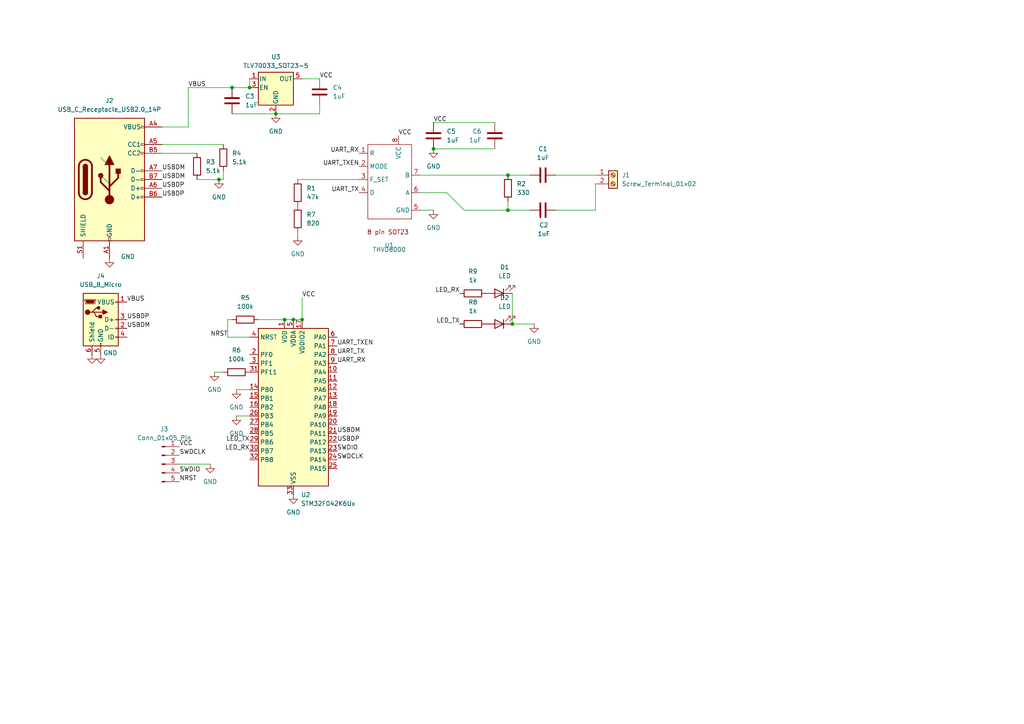
<source format=kicad_sch>
(kicad_sch (version 20231120) (generator "eeschema") (generator_version "8.0")
  (paper "A4")
  (lib_symbols
    (symbol "Connector:Conn_01x05_Pin" (pin_names (offset 1.016) hide)
      (property "Reference" "J" (at 0 7.62 0))
      (property "Value" "Conn_01x05_Pin" (at 0 -7.62 0))
      (symbol "Conn_01x05_Pin_1_1"
        (polyline (pts (xy 1.27 -5.08) (xy 0.8636 -5.08)) (stroke (width 0.1524)))
        (polyline (pts (xy 1.27 -2.54) (xy 0.8636 -2.54)) (stroke (width 0.1524)))
        (polyline (pts (xy 1.27 0) (xy 0.8636 0)) (stroke (width 0.1524)))
        (polyline (pts (xy 1.27 2.54) (xy 0.8636 2.54)) (stroke (width 0.1524)))
        (polyline (pts (xy 1.27 5.08) (xy 0.8636 5.08)) (stroke (width 0.1524)))
        (rectangle (start 0.8636 -4.953) (end 0 -5.207) (stroke (width 0.1524)) (fill (type outline)))
        (rectangle (start 0.8636 -2.413) (end 0 -2.667) (stroke (width 0.1524)) (fill (type outline)))
        (rectangle (start 0.8636 0.127) (end 0 -0.127) (stroke (width 0.1524)) (fill (type outline)))
        (rectangle (start 0.8636 2.667) (end 0 2.413) (stroke (width 0.1524)) (fill (type outline)))
        (rectangle (start 0.8636 5.207) (end 0 4.953) (stroke (width 0.1524)) (fill (type outline)))
        (pin passive line (at 5.08 5.08 180) (length 3.81) (name "Pin_1") (number "1"))
        (pin passive line (at 5.08 2.54 180) (length 3.81) (name "Pin_2") (number "2"))
        (pin passive line (at 5.08 0 180) (length 3.81) (name "Pin_3") (number "3"))
        (pin passive line (at 5.08 -2.54 180) (length 3.81) (name "Pin_4") (number "4"))
        (pin passive line (at 5.08 -5.08 180) (length 3.81) (name "Pin_5") (number "5"))
      )
    )
    (symbol "Connector:Screw_Terminal_01x02" (pin_names (offset 1.016) hide)
      (property "Reference" "J" (at 0 2.54 0))
      (property "Value" "Screw_Terminal_01x02" (at 0 -5.08 0))
      (symbol "Screw_Terminal_01x02_1_1"
        (rectangle (start -1.27 1.27) (end 1.27 -3.81) (stroke (width 0.254)) (fill (type background)))
        (circle (center 0 -2.54) (radius 0.635) (stroke (width 0.1524)))
        (polyline (pts (xy -0.5334 -2.2098) (xy 0.3302 -3.048)) (stroke (width 0.1524)))
        (polyline (pts (xy -0.5334 0.3302) (xy 0.3302 -0.508)) (stroke (width 0.1524)))
        (polyline (pts (xy -0.3556 -2.032) (xy 0.508 -2.8702)) (stroke (width 0.1524)))
        (polyline (pts (xy -0.3556 0.508) (xy 0.508 -0.3302)) (stroke (width 0.1524)))
        (circle (center 0 0) (radius 0.635) (stroke (width 0.1524)))
        (pin passive line (at -5.08 0 0) (length 3.81) (name "Pin_1") (number "1"))
        (pin passive line (at -5.08 -2.54 0) (length 3.81) (name "Pin_2") (number "2"))
      )
    )
    (symbol "Connector:USB_B_Micro" (pin_names (offset 1.016))
      (property "Reference" "J" (at -5.08 11.43 0))
      (property "Value" "USB_B_Micro" (at -5.08 8.89 0))
      (symbol "USB_B_Micro_0_1"
        (rectangle (start -5.08 -7.62) (end 5.08 7.62) (stroke (width 0.254)) (fill (type background)))
        (circle (center -3.81 2.159) (radius 0.635) (stroke (width 0.254)) (fill (type outline)))
        (circle (center -0.635 3.429) (radius 0.381) (stroke (width 0.254)) (fill (type outline)))
        (rectangle (start -0.127 -7.62) (end 0.127 -6.858))
        (polyline (pts (xy -1.905 2.159) (xy 0.635 2.159)) (stroke (width 0.254)))
        (polyline (pts (xy -3.175 2.159) (xy -2.54 2.159) (xy -1.27 3.429) (xy -0.635 3.429)) (stroke (width 0.254)))
        (polyline (pts (xy -2.54 2.159) (xy -1.905 2.159) (xy -1.27 0.889) (xy 0 0.889)) (stroke (width 0.254)))
        (polyline (pts (xy 0.635 2.794) (xy 0.635 1.524) (xy 1.905 2.159) (xy 0.635 2.794)) (stroke (width 0.254)) (fill (type outline)))
        (polyline (pts (xy -4.318 5.588) (xy -1.778 5.588) (xy -2.032 4.826) (xy -4.064 4.826) (xy -4.318 5.588)) (fill (type outline)))
        (polyline (pts (xy -4.699 5.842) (xy -4.699 5.588) (xy -4.445 4.826) (xy -4.445 4.572) (xy -1.651 4.572) (xy -1.651 4.826) (xy -1.397 5.588) (xy -1.397 5.842) (xy -4.699 5.842)))
        (rectangle (start 0.254 1.27) (end -0.508 0.508) (stroke (width 0.254)) (fill (type outline)))
        (rectangle (start 5.08 -5.207) (end 4.318 -4.953))
        (rectangle (start 5.08 -2.667) (end 4.318 -2.413))
        (rectangle (start 5.08 -0.127) (end 4.318 0.127))
        (rectangle (start 5.08 4.953) (end 4.318 5.207))
      )
      (symbol "USB_B_Micro_1_1"
        (pin power_out line (at 7.62 5.08 180) (length 2.54) (name "VBUS") (number "1"))
        (pin bidirectional line (at 7.62 -2.54 180) (length 2.54) (name "D-") (number "2"))
        (pin bidirectional line (at 7.62 0 180) (length 2.54) (name "D+") (number "3"))
        (pin passive line (at 7.62 -5.08 180) (length 2.54) (name "ID") (number "4"))
        (pin power_out line (at 0 -10.16 90) (length 2.54) (name "GND") (number "5"))
        (pin passive line (at -2.54 -10.16 90) (length 2.54) (name "Shield") (number "6"))
      )
    )
    (symbol "Connector:USB_C_Receptacle_USB2.0_14P" (pin_names (offset 1.016))
      (property "Reference" "J" (at 0 22.225 0))
      (property "Value" "USB_C_Receptacle_USB2.0_14P" (at 0 19.685 0))
      (symbol "USB_C_Receptacle_USB2.0_14P_0_0"
        (rectangle (start -0.254 -17.78) (end 0.254 -16.764))
        (rectangle (start 10.16 -4.826) (end 9.144 -5.334))
        (rectangle (start 10.16 -2.286) (end 9.144 -2.794))
        (rectangle (start 10.16 0.254) (end 9.144 -0.254))
        (rectangle (start 10.16 2.794) (end 9.144 2.286))
        (rectangle (start 10.16 7.874) (end 9.144 7.366))
        (rectangle (start 10.16 10.414) (end 9.144 9.906))
        (rectangle (start 10.16 15.494) (end 9.144 14.986))
      )
      (symbol "USB_C_Receptacle_USB2.0_14P_0_1"
        (rectangle (start -10.16 17.78) (end 10.16 -17.78) (stroke (width 0.254)) (fill (type background)))
        (arc (start -8.89 -3.81) (mid -6.985 -5.7067) (end -5.08 -3.81) (stroke (width 0.508)))
        (arc (start -7.62 -3.81) (mid -6.985 -4.4423) (end -6.35 -3.81) (stroke (width 0.254)))
        (arc (start -7.62 -3.81) (mid -6.985 -4.4423) (end -6.35 -3.81) (stroke (width 0.254)) (fill (type outline)))
        (rectangle (start -7.62 -3.81) (end -6.35 3.81) (stroke (width 0.254)) (fill (type outline)))
        (arc (start -6.35 3.81) (mid -6.985 4.4423) (end -7.62 3.81) (stroke (width 0.254)))
        (arc (start -6.35 3.81) (mid -6.985 4.4423) (end -7.62 3.81) (stroke (width 0.254)) (fill (type outline)))
        (arc (start -5.08 3.81) (mid -6.985 5.7067) (end -8.89 3.81) (stroke (width 0.508)))
        (circle (center -2.54 1.143) (radius 0.635) (stroke (width 0.254)) (fill (type outline)))
        (circle (center 0 -5.842) (radius 1.27) (fill (type outline)))
        (polyline (pts (xy -8.89 -3.81) (xy -8.89 3.81)) (stroke (width 0.508)))
        (polyline (pts (xy -5.08 3.81) (xy -5.08 -3.81)) (stroke (width 0.508)))
        (polyline (pts (xy 0 -5.842) (xy 0 4.318)) (stroke (width 0.508)))
        (polyline (pts (xy 0 -3.302) (xy -2.54 -0.762) (xy -2.54 0.508)) (stroke (width 0.508)))
        (polyline (pts (xy 0 -2.032) (xy 2.54 0.508) (xy 2.54 1.778)) (stroke (width 0.508)))
        (polyline (pts (xy -1.27 4.318) (xy 0 6.858) (xy 1.27 4.318) (xy -1.27 4.318)) (stroke (width 0.254)) (fill (type outline)))
        (rectangle (start 1.905 1.778) (end 3.175 3.048) (stroke (width 0.254)) (fill (type outline)))
      )
      (symbol "USB_C_Receptacle_USB2.0_14P_1_1"
        (pin passive line (at 0 -22.86 90) (length 5.08) (name "GND") (number "A1"))
        (pin passive line (at 0 -22.86 90) (length 5.08) hide (name "GND") (number "A12"))
        (pin passive line (at 15.24 15.24 180) (length 5.08) (name "VBUS") (number "A4"))
        (pin bidirectional line (at 15.24 10.16 180) (length 5.08) (name "CC1") (number "A5"))
        (pin bidirectional line (at 15.24 -2.54 180) (length 5.08) (name "D+") (number "A6"))
        (pin bidirectional line (at 15.24 2.54 180) (length 5.08) (name "D-") (number "A7"))
        (pin passive line (at 15.24 15.24 180) (length 5.08) hide (name "VBUS") (number "A9"))
        (pin passive line (at 0 -22.86 90) (length 5.08) hide (name "GND") (number "B1"))
        (pin passive line (at 0 -22.86 90) (length 5.08) hide (name "GND") (number "B12"))
        (pin passive line (at 15.24 15.24 180) (length 5.08) hide (name "VBUS") (number "B4"))
        (pin bidirectional line (at 15.24 7.62 180) (length 5.08) (name "CC2") (number "B5"))
        (pin bidirectional line (at 15.24 -5.08 180) (length 5.08) (name "D+") (number "B6"))
        (pin bidirectional line (at 15.24 0 180) (length 5.08) (name "D-") (number "B7"))
        (pin passive line (at 15.24 15.24 180) (length 5.08) hide (name "VBUS") (number "B9"))
        (pin passive line (at -7.62 -22.86 90) (length 5.08) (name "SHIELD") (number "S1"))
      )
    )
    (symbol "Device:C" (pin_numbers hide) (pin_names (offset 0.254))
      (property "Reference" "C" (at 0.635 2.54 0))
      (property "Value" "C" (at 0.635 -2.54 0))
      (symbol "C_0_1"
        (polyline (pts (xy -2.032 -0.762) (xy 2.032 -0.762)) (stroke (width 0.508)))
        (polyline (pts (xy -2.032 0.762) (xy 2.032 0.762)) (stroke (width 0.508)))
      )
      (symbol "C_1_1"
        (pin passive line (at 0 3.81 270) (length 2.794) (name "~") (number "1"))
        (pin passive line (at 0 -3.81 90) (length 2.794) (name "~") (number "2"))
      )
    )
    (symbol "Device:LED" (pin_numbers hide) (pin_names (offset 1.016) hide)
      (property "Reference" "D" (at 0 2.54 0))
      (property "Value" "LED" (at 0 -2.54 0))
      (symbol "LED_0_1"
        (polyline (pts (xy -1.27 -1.27) (xy -1.27 1.27)) (stroke (width 0.254)))
        (polyline (pts (xy -1.27 0) (xy 1.27 0)))
        (polyline (pts (xy 1.27 -1.27) (xy 1.27 1.27) (xy -1.27 0) (xy 1.27 -1.27)) (stroke (width 0.254)))
        (polyline (pts (xy -3.048 -0.762) (xy -4.572 -2.286) (xy -3.81 -2.286) (xy -4.572 -2.286) (xy -4.572 -1.524)))
        (polyline (pts (xy -1.778 -0.762) (xy -3.302 -2.286) (xy -2.54 -2.286) (xy -3.302 -2.286) (xy -3.302 -1.524)))
      )
      (symbol "LED_1_1"
        (pin passive line (at -3.81 0 0) (length 2.54) (name "K") (number "1"))
        (pin passive line (at 3.81 0 180) (length 2.54) (name "A") (number "2"))
      )
    )
    (symbol "Device:R" (pin_numbers hide) (pin_names (offset 0))
      (property "Reference" "R" (at 2.032 0 90))
      (property "Value" "R" (at 0 0 90))
      (symbol "R_0_1"
        (rectangle (start -1.016 -2.54) (end 1.016 2.54) (stroke (width 0.254)))
      )
      (symbol "R_1_1"
        (pin passive line (at 0 3.81 270) (length 1.27) (name "~") (number "1"))
        (pin passive line (at 0 -3.81 90) (length 1.27) (name "~") (number "2"))
      )
    )
    (symbol "MCU_ST_STM32F0:STM32F042K6Ux"
      (property "Reference" "U" (at -10.16 24.13 0))
      (property "Value" "STM32F042K6Ux" (at 5.08 24.13 0))
      (symbol "STM32F042K6Ux_0_1"
        (rectangle (start -10.16 -22.86) (end 10.16 22.86) (stroke (width 0.254)) (fill (type background)))
      )
      (symbol "STM32F042K6Ux_1_1"
        (pin power_in line (at -2.54 25.4 270) (length 2.54) (name "VDD") (number "1"))
        (pin bidirectional line (at 12.7 10.16 180) (length 2.54) (name "PA4") (number "10"))
        (pin bidirectional line (at 12.7 7.62 180) (length 2.54) (name "PA5") (number "11"))
        (pin bidirectional line (at 12.7 5.08 180) (length 2.54) (name "PA6") (number "12"))
        (pin bidirectional line (at 12.7 2.54 180) (length 2.54) (name "PA7") (number "13"))
        (pin bidirectional line (at -12.7 5.08 0) (length 2.54) (name "PB0") (number "14"))
        (pin bidirectional line (at -12.7 2.54 0) (length 2.54) (name "PB1") (number "15"))
        (pin bidirectional line (at -12.7 0 0) (length 2.54) (name "PB2") (number "16"))
        (pin power_in line (at 2.54 25.4 270) (length 2.54) (name "VDDIO2") (number "17"))
        (pin bidirectional line (at 12.7 0 180) (length 2.54) (name "PA8") (number "18"))
        (pin bidirectional line (at 12.7 -2.54 180) (length 2.54) (name "PA9") (number "19"))
        (pin bidirectional line (at -12.7 15.24 0) (length 2.54) (name "PF0") (number "2"))
        (pin bidirectional line (at 12.7 -5.08 180) (length 2.54) (name "PA10") (number "20"))
        (pin bidirectional line (at 12.7 -7.62 180) (length 2.54) (name "PA11") (number "21"))
        (pin bidirectional line (at 12.7 -10.16 180) (length 2.54) (name "PA12") (number "22"))
        (pin bidirectional line (at 12.7 -12.7 180) (length 2.54) (name "PA13") (number "23"))
        (pin bidirectional line (at 12.7 -15.24 180) (length 2.54) (name "PA14") (number "24"))
        (pin bidirectional line (at 12.7 -17.78 180) (length 2.54) (name "PA15") (number "25"))
        (pin bidirectional line (at -12.7 -2.54 0) (length 2.54) (name "PB3") (number "26"))
        (pin bidirectional line (at -12.7 -5.08 0) (length 2.54) (name "PB4") (number "27"))
        (pin bidirectional line (at -12.7 -7.62 0) (length 2.54) (name "PB5") (number "28"))
        (pin bidirectional line (at -12.7 -10.16 0) (length 2.54) (name "PB6") (number "29"))
        (pin bidirectional line (at -12.7 12.7 0) (length 2.54) (name "PF1") (number "3"))
        (pin bidirectional line (at -12.7 -12.7 0) (length 2.54) (name "PB7") (number "30"))
        (pin bidirectional line (at -12.7 10.16 0) (length 2.54) (name "PF11") (number "31"))
        (pin bidirectional line (at -12.7 -15.24 0) (length 2.54) (name "PB8") (number "32"))
        (pin power_in line (at 0 -25.4 90) (length 2.54) (name "VSS") (number "33"))
        (pin input line (at -12.7 20.32 0) (length 2.54) (name "NRST") (number "4"))
        (pin power_in line (at 0 25.4 270) (length 2.54) (name "VDDA") (number "5"))
        (pin bidirectional line (at 12.7 20.32 180) (length 2.54) (name "PA0") (number "6"))
        (pin bidirectional line (at 12.7 17.78 180) (length 2.54) (name "PA1") (number "7"))
        (pin bidirectional line (at 12.7 15.24 180) (length 2.54) (name "PA2") (number "8"))
        (pin bidirectional line (at 12.7 12.7 180) (length 2.54) (name "PA3") (number "9"))
      )
    )
    (symbol "Regulator_Linear:TLV70033_SOT23-5" (pin_names (offset 0.254))
      (property "Reference" "U" (at -3.81 5.715 0))
      (property "Value" "TLV70033_SOT23-5" (at 0 5.715 0))
      (symbol "TLV70033_SOT23-5_0_1"
        (rectangle (start -5.08 4.445) (end 5.08 -5.08) (stroke (width 0.254)) (fill (type background)))
      )
      (symbol "TLV70033_SOT23-5_1_1"
        (pin power_in line (at -7.62 2.54 0) (length 2.54) (name "IN") (number "1"))
        (pin power_in line (at 0 -7.62 90) (length 2.54) (name "GND") (number "2"))
        (pin input line (at -7.62 0 0) (length 2.54) (name "EN") (number "3"))
        (pin no_connect line (at 5.08 0 180) (length 2.54) hide (name "NC") (number "4"))
        (pin power_out line (at 7.62 2.54 180) (length 2.54) (name "OUT") (number "5"))
      )
    )
    (symbol "power:GND" (power) (pin_numbers hide) (pin_names (offset 0) hide)
      (property "Value" "GND" (at 0 -3.81 0))
      (symbol "GND_0_1"
        (polyline (pts (xy 0 0) (xy 0 -1.27) (xy 1.27 -1.27) (xy 0 -2.54) (xy -1.27 -1.27) (xy 0 -1.27)))
      )
      (symbol "GND_1_1"
        (pin power_in line (at 0 0 270) (length 0) (name "~") (number "1"))
      )
    )
    (symbol "ti:THVD8000"
      (property "Reference" "U" (at 0 -24.384 0))
      (symbol "THVD8000_1_1"
        (rectangle (start -6.35 -1.27) (end 6.35 -22.86))
        (text "8 pin SOT23\n" (at -0.508 -26.67 0) (effects (font (size 1.27 1.27))))
        (pin output line (at -8.89 -3.81 0) (length 2.54) (name "R") (number "1"))
        (pin input line (at -8.89 -7.62 0) (length 2.54) (name "MODE") (number "2"))
        (pin input line (at -8.89 -11.43 0) (length 2.54) (name "F_SET") (number "3"))
        (pin input line (at -8.89 -15.24 0) (length 2.54) (name "D") (number "4"))
        (pin input line (at 8.89 -20.32 180) (length 2.54) (name "GND") (number "5"))
        (pin bidirectional line (at 8.89 -15.24 180) (length 2.54) (name "A") (number "6"))
        (pin bidirectional line (at 8.89 -10.16 180) (length 2.54) (name "B") (number "7"))
        (pin input line (at 2.54 1.27 270) (length 2.54) (name "VCC") (number "8"))
      )
    )
  )
  (junction (at 80.01 33.02))
  (junction (at 148.59 93.98))
  (junction (at 87.63 92.71))
  (junction (at 125.73 43.18))
  (junction (at 82.55 92.71))
  (junction (at 67.31 25.4))
  (junction (at 85.09 92.71))
  (junction (at 147.32 50.8))
  (junction (at 147.32 60.96))
  (junction (at 72.39 25.4))
  (junction (at 63.5 52.07))
  (bus_entry (at 29.21 45.72) (size 2.54 2.54))
  (bus_entry (at 29.21 50.8) (size 2.54 2.54))
  (wire (pts (xy 68.58 120.65) (xy 72.39 120.65)))
  (wire (pts (xy 121.92 55.88) (xy 129.54 55.88)))
  (wire (pts (xy 57.15 52.07) (xy 63.5 52.07)))
  (wire (pts (xy 125.73 60.96) (xy 121.92 60.96)))
  (wire (pts (xy 148.59 93.98) (xy 154.94 93.98)))
  (wire (pts (xy 74.93 92.71) (xy 82.55 92.71)))
  (wire (pts (xy 87.63 86.36) (xy 87.63 92.71)))
  (wire (pts (xy 54.61 25.4) (xy 67.31 25.4)))
  (wire (pts (xy 67.31 25.4) (xy 72.39 25.4)))
  (wire (pts (xy 46.99 41.91) (xy 64.77 41.91)))
  (wire (pts (xy 80.01 33.02) (xy 92.71 33.02)))
  (wire (pts (xy 54.61 36.83) (xy 46.99 36.83)))
  (wire (pts (xy 82.55 92.71) (xy 85.09 92.71)))
  (wire (pts (xy 86.36 52.07) (xy 104.14 52.07)))
  (wire (pts (xy 125.73 43.18) (xy 143.51 43.18)))
  (wire (pts (xy 125.73 35.56) (xy 143.51 35.56)))
  (wire (pts (xy 66.04 92.71) (xy 67.31 92.71)))
  (wire (pts (xy 147.32 58.42) (xy 147.32 60.96)))
  (wire (pts (xy 87.63 22.86) (xy 92.71 22.86)))
  (wire (pts (xy 92.71 30.48) (xy 92.71 33.02)))
  (wire (pts (xy 85.09 92.71) (xy 87.63 92.71)))
  (wire (pts (xy 68.58 113.03) (xy 72.39 113.03)))
  (wire (pts (xy 46.99 44.45) (xy 57.15 44.45)))
  (wire (pts (xy 153.67 50.8) (xy 147.32 50.8)))
  (wire (pts (xy 66.04 92.71) (xy 66.04 97.79)))
  (wire (pts (xy 66.04 97.79) (xy 72.39 97.79)))
  (wire (pts (xy 52.07 134.62) (xy 60.96 134.62)))
  (wire (pts (xy 129.54 55.88) (xy 134.62 60.96)))
  (wire (pts (xy 172.72 60.96) (xy 161.29 60.96)))
  (wire (pts (xy 54.61 25.4) (xy 54.61 36.83)))
  (wire (pts (xy 148.59 85.09) (xy 148.59 93.98)))
  (wire (pts (xy 72.39 22.86) (xy 72.39 25.4)))
  (wire (pts (xy 62.23 107.95) (xy 64.77 107.95)))
  (wire (pts (xy 134.62 60.96) (xy 147.32 60.96)))
  (wire (pts (xy 86.36 68.58) (xy 86.36 67.31)))
  (wire (pts (xy 64.77 49.53) (xy 64.77 52.07)))
  (wire (pts (xy 172.72 53.34) (xy 172.72 60.96)))
  (wire (pts (xy 161.29 50.8) (xy 172.72 50.8)))
  (wire (pts (xy 153.67 60.96) (xy 147.32 60.96)))
  (wire (pts (xy 64.77 52.07) (xy 63.5 52.07)))
  (wire (pts (xy 67.31 33.02) (xy 80.01 33.02)))
  (wire (pts (xy 147.32 50.8) (xy 121.92 50.8)))
  (label "VBUS" (at 54.61 25.4 0))
  (label "VCC" (at 52.07 129.54 0))
  (label "USBDP" (at 46.99 57.15 0))
  (label "USBDM" (at 36.83 95.25 0))
  (label "SWDCLK" (at 52.07 132.08 0))
  (label "LED_RX" (at 133.35 85.09 180))
  (label "VCC" (at 115.57 39.37 0))
  (label "UART_TXEN" (at 104.14 48.26 180))
  (label "UART_RX" (at 104.14 44.45 180))
  (label "USBDP" (at 97.79 128.27 0))
  (label "USBDM" (at 46.99 52.07 0))
  (label "UART_RX" (at 97.79 105.41 0))
  (label "LED_TX" (at 133.35 93.98 180))
  (label "USBDM" (at 46.99 49.53 0))
  (label "VCC" (at 92.71 22.86 0))
  (label "USBDM" (at 97.79 125.73 0))
  (label "LED_RX" (at 72.39 130.81 180))
  (label "SWDCLK" (at 97.79 133.35 0))
  (label "VCC" (at 87.63 86.36 0))
  (label "UART_TX" (at 104.14 55.88 180))
  (label "USBDP" (at 46.99 54.61 0))
  (label "NRST" (at 66.04 97.79 180))
  (label "SWDIO" (at 97.79 130.81 0))
  (label "UART_TXEN" (at 97.79 100.33 0))
  (label "LED_TX" (at 72.39 128.27 180))
  (label "VCC" (at 125.73 35.56 0))
  (label "USBDP" (at 36.83 92.71 0))
  (label "UART_TX" (at 97.79 102.87 0))
  (label "SWDIO" (at 52.07 137.16 0))
  (label "NRST" (at 52.07 139.7 0))
  (label "VBUS" (at 36.83 87.63 0))
  (symbol (lib_id "Device:R") (at 68.58 107.95 90) (unit 1)
    (property "Reference" "R6" (at 68.58 101.6 90))
    (property "Value" "100k" (at 68.58 104.14 90))
    (property "Footprint" "Resistor_SMD:R_0603_1608Metric" (effects (hide yes)))
    (property "Description" "Resistor" (effects (hide yes)))
  )
  (symbol (lib_id "Device:R") (at 71.12 92.71 90) (unit 1)
    (property "Reference" "R5" (at 71.12 86.36 90))
    (property "Value" "100k" (at 71.12 88.9 90))
    (property "Footprint" "Resistor_SMD:R_0603_1608Metric" (effects (hide yes)))
    (property "Description" "Resistor" (effects (hide yes)))
  )
  (symbol (lib_id "power:GND") (at 63.5 52.07 0) (unit 1)
    (property "Reference" "#PWR02" (effects (hide yes)))
    (property "Value" "GND" (at 63.5 57.15 0))
    (property "Description" "Power symbol creates a global label with name \"GND\" , ground" (effects (hide yes)))
  )
  (symbol (lib_id "power:GND") (at 80.01 33.02 0) (unit 1)
    (property "Reference" "#PWR05" (effects (hide yes)))
    (property "Value" "GND" (at 80.01 38.1 0))
    (property "Description" "Power symbol creates a global label with name \"GND\" , ground" (effects (hide yes)))
  )
  (symbol (lib_id "power:GND") (at 125.73 43.18 0) (unit 1)
    (property "Reference" "#PWR09" (effects (hide yes)))
    (property "Value" "GND" (at 125.73 48.26 0))
    (property "Description" "Power symbol creates a global label with name \"GND\" , ground" (effects (hide yes)))
  )
  (symbol (lib_id "power:GND") (at 85.09 143.51 0) (unit 1)
    (property "Reference" "#PWR06" (effects (hide yes)))
    (property "Value" "GND" (at 85.09 148.59 0))
    (property "Description" "Power symbol creates a global label with name \"GND\" , ground" (effects (hide yes)))
  )
  (symbol (lib_id "power:GND") (at 86.36 68.58 0) (unit 1)
    (property "Reference" "#PWR03" (effects (hide yes)))
    (property "Value" "GND" (at 86.36 73.66 0))
    (property "Description" "Power symbol creates a global label with name \"GND\" , ground" (effects (hide yes)))
  )
  (symbol (lib_id "Device:C") (at 157.48 50.8 90) (unit 1)
    (property "Reference" "C1" (at 157.48 43.18 90))
    (property "Value" "1uF" (at 157.48 45.72 90))
    (property "Footprint" "Capacitor_SMD:C_0603_1608Metric" (effects (hide yes)))
    (property "Description" "Unpolarized capacitor" (effects (hide yes)))
  )
  (symbol (lib_id "Device:R") (at 147.32 54.61 0) (unit 1)
    (property "Reference" "R2" (at 149.86 53.3399 0) (effects (justify left)))
    (property "Value" "330" (at 149.86 55.8799 0) (effects (justify left)))
    (property "Footprint" "Resistor_SMD:R_0603_1608Metric" (effects (hide yes)))
    (property "Description" "Resistor" (effects (hide yes)))
  )
  (symbol (lib_id "Connector:Screw_Terminal_01x02") (at 177.8 50.8 0) (unit 1)
    (property "Reference" "J1" (at 180.34 50.7999 0) (effects (justify left)))
    (property "Value" "Screw_Terminal_01x02" (at 180.34 53.3399 0) (effects (justify left)))
    (property "Footprint" "TerminalBlock:TerminalBlock_bornier-2_P5.08mm" (effects (hide yes)))
    (property "Description" "Generic screw terminal, single row, 01x02, script generated (kicad-library-utils/schlib/autogen/connector/)" (effects (hide yes)))
  )
  (symbol (lib_id "Device:C") (at 92.71 26.67 180) (unit 1)
    (property "Reference" "C4" (at 96.52 25.3999 0) (effects (justify right)))
    (property "Value" "1uF" (at 96.52 27.9399 0) (effects (justify right)))
    (property "Footprint" "Capacitor_SMD:C_0603_1608Metric" (effects (hide yes)))
    (property "Description" "Unpolarized capacitor" (effects (hide yes)))
  )
  (symbol (lib_id "Device:R") (at 86.36 63.5 0) (unit 1)
    (property "Reference" "R7" (at 88.9 62.2299 0) (effects (justify left)))
    (property "Value" "820" (at 88.9 64.7699 0) (effects (justify left)))
    (property "Footprint" "Resistor_SMD:R_0603_1608Metric" (effects (hide yes)))
    (property "Description" "Resistor" (effects (hide yes)))
  )
  (symbol (lib_id "Device:C") (at 157.48 60.96 90) (unit 1)
    (property "Reference" "C2" (at 157.734 65.278 90))
    (property "Value" "1uF" (at 157.734 67.818 90))
    (property "Footprint" "Capacitor_SMD:C_0603_1608Metric" (effects (hide yes)))
    (property "Description" "Unpolarized capacitor" (effects (hide yes)))
  )
  (symbol (lib_id "power:GND") (at 68.58 120.65 0) (mirror y) (unit 1)
    (property "Reference" "#PWR011" (effects (hide yes)))
    (property "Value" "GND" (at 68.58 125.73 0))
    (property "Description" "Power symbol creates a global label with name \"GND\" , ground" (effects (hide yes)))
  )
  (symbol (lib_id "Connector:USB_B_Micro") (at 29.21 92.71 0) (unit 1)
    (property "Reference" "J4" (at 29.21 80.01 0))
    (property "Value" "USB_B_Micro" (at 29.21 82.55 0))
    (property "Footprint" "Connector_USB:USB_Micro-B_Wuerth_629105150521" (effects (hide yes)))
    (property "Description" "USB Micro Type B connector" (effects (hide yes)))
  )
  (symbol (lib_id "power:GND") (at 125.73 60.96 0) (unit 1)
    (property "Reference" "#PWR04" (effects (hide yes)))
    (property "Value" "GND" (at 125.73 66.04 0))
    (property "Description" "Power symbol creates a global label with name \"GND\" , ground" (effects (hide yes)))
  )
  (symbol (lib_id "MCU_ST_STM32F0:STM32F042K6Ux") (at 85.09 118.11 0) (unit 1)
    (property "Reference" "U2" (at 87.2841 143.51 0) (effects (justify left)))
    (property "Value" "STM32F042K6Ux" (at 87.2841 146.05 0) (effects (justify left)))
    (property "Footprint" "Package_DFN_QFN:QFN-32-1EP_5x5mm_P0.5mm_EP3.45x3.45mm" (effects (hide yes)))
    (property "Datasheet" "https://www.st.com/resource/en/datasheet/stm32f042k6.pdf" (effects (hide yes)))
    (property "Description" "STMicroelectronics Arm Cortex-M0 MCU, 32KB flash, 6KB RAM, 48 MHz, 2.0-3.6V, 28 GPIO, UFQFPN32" (effects (hide yes)))
  )
  (symbol (lib_id "power:GND") (at 68.58 113.03 0) (mirror y) (unit 1)
    (property "Reference" "#PWR010" (effects (hide yes)))
    (property "Value" "GND" (at 68.58 118.11 0))
    (property "Description" "Power symbol creates a global label with name \"GND\" , ground" (effects (hide yes)))
  )
  (symbol (lib_id "power:GND") (at 62.23 107.95 0) (unit 1)
    (property "Reference" "#PWR07" (effects (hide yes)))
    (property "Value" "GND" (at 62.23 113.03 0))
    (property "Description" "Power symbol creates a global label with name \"GND\" , ground" (effects (hide yes)))
  )
  (symbol (lib_id "power:GND") (at 60.96 134.62 0) (unit 1)
    (property "Reference" "#PWR08" (effects (hide yes)))
    (property "Value" "GND" (at 60.96 139.7 0))
    (property "Description" "Power symbol creates a global label with name \"GND\" , ground" (effects (hide yes)))
  )
  (symbol (lib_id "power:GND") (at 31.75 74.93 0) (unit 1)
    (property "Reference" "#PWR01" (effects (hide yes)))
    (property "Value" "GND" (at 37.084 74.422 0))
    (property "Description" "Power symbol creates a global label with name \"GND\" , ground" (effects (hide yes)))
  )
  (symbol (lib_id "Connector:Conn_01x05_Pin") (at 46.99 134.62 0) (unit 1)
    (property "Reference" "J3" (at 47.625 124.46 0))
    (property "Value" "Conn_01x05_Pin" (at 47.625 127 0))
    (property "Footprint" "Connector_PinHeader_2.54mm:PinHeader_1x05_P2.54mm_Vertical" (effects (hide yes)))
    (property "Description" "Generic connector, single row, 01x05, script generated" (effects (hide yes)))
  )
  (symbol (lib_id "Device:C") (at 67.31 29.21 180) (unit 1)
    (property "Reference" "C3" (at 71.12 27.9399 0) (effects (justify right)))
    (property "Value" "1uF" (at 71.12 30.4799 0) (effects (justify right)))
    (property "Footprint" "Capacitor_SMD:C_0603_1608Metric" (effects (hide yes)))
    (property "Description" "Unpolarized capacitor" (effects (hide yes)))
  )
  (symbol (lib_id "Device:R") (at 86.36 55.88 0) (unit 1)
    (property "Reference" "R1" (at 88.9 54.6099 0) (effects (justify left)))
    (property "Value" "47k" (at 88.9 57.1499 0) (effects (justify left)))
    (property "Footprint" "Resistor_SMD:R_0603_1608Metric" (effects (hide yes)))
    (property "Description" "Resistor" (effects (hide yes)))
  )
  (symbol (lib_id "Regulator_Linear:TLV70033_SOT23-5") (at 80.01 25.4 0) (unit 1)
    (property "Reference" "U3" (at 80.01 16.51 0))
    (property "Value" "TLV70033_SOT23-5" (at 80.01 19.05 0))
    (property "Footprint" "Package_TO_SOT_SMD:SOT-23-5" (effects (hide yes)))
    (property "Datasheet" "http://www.ti.com/lit/ds/symlink/tlv700.pdf" (effects (hide yes)))
    (property "Description" "200mA Low Dropout Voltage Regulator, Fixed Output 3.3V, SOT-23-5" (effects (hide yes)))
  )
  (symbol (lib_id "power:GND") (at 154.94 93.98 0) (mirror y) (unit 1)
    (property "Reference" "#PWR014" (effects (hide yes)))
    (property "Value" "GND" (at 154.94 99.06 0))
    (property "Description" "Power symbol creates a global label with name \"GND\" , ground" (effects (hide yes)))
  )
  (symbol (lib_id "Device:R") (at 137.16 85.09 90) (unit 1)
    (property "Reference" "R9" (at 137.16 78.74 90))
    (property "Value" "1k" (at 137.16 81.28 90))
    (property "Footprint" "Resistor_SMD:R_0603_1608Metric" (effects (hide yes)))
    (property "Description" "Resistor" (effects (hide yes)))
  )
  (symbol (lib_id "Device:LED") (at 144.78 93.98 180) (unit 1)
    (property "Reference" "D2" (at 146.3675 86.36 0))
    (property "Value" "LED" (at 146.3675 88.9 0))
    (property "Footprint" "LED_SMD:LED_0603_1608Metric" (effects (hide yes)))
    (property "Description" "Light emitting diode" (effects (hide yes)))
  )
  (symbol (lib_id "Device:R") (at 137.16 93.98 90) (unit 1)
    (property "Reference" "R8" (at 137.16 87.63 90))
    (property "Value" "1k" (at 137.16 90.17 90))
    (property "Footprint" "Resistor_SMD:R_0603_1608Metric" (effects (hide yes)))
    (property "Description" "Resistor" (effects (hide yes)))
  )
  (symbol (lib_id "Device:R") (at 57.15 48.26 0) (unit 1)
    (property "Reference" "R3" (at 59.69 46.9899 0) (effects (justify left)))
    (property "Value" "5.1k" (at 59.69 49.5299 0) (effects (justify left)))
    (property "Footprint" "Resistor_SMD:R_0603_1608Metric" (effects (hide yes)))
    (property "Description" "Resistor" (effects (hide yes)))
  )
  (symbol (lib_id "Connector:USB_C_Receptacle_USB2.0_14P") (at 31.75 52.07 0) (unit 1)
    (property "Reference" "J2" (at 31.75 29.21 0))
    (property "Value" "USB_C_Receptacle_USB2.0_14P" (at 31.75 31.75 0))
    (property "Footprint" "Connector_USB:USB_C_Receptacle_XKB_U262-16XN-4BVC11" (effects (hide yes)))
    (property "Datasheet" "https://www.usb.org/sites/default/files/documents/usb_type-c.zip" (effects (hide yes)))
    (property "Description" "USB 2.0-only 14P Type-C Receptacle connector" (effects (hide yes)))
  )
  (symbol (lib_id "power:GND") (at 26.67 102.87 0) (unit 1)
    (property "Reference" "#PWR013" (effects (hide yes)))
    (property "Value" "GND" (at 32.004 102.362 0))
    (property "Description" "Power symbol creates a global label with name \"GND\" , ground" (effects (hide yes)))
  )
  (symbol (lib_id "ti:THVD8000") (at 113.03 40.64 0) (unit 1)
    (property "Reference" "U1" (at 112.9019 71.12 0))
    (property "Value" "THVD8000" (at 112.9019 72.39 0))
    (property "Footprint" "Package_TO_SOT_SMD:SOT-23-8" (effects (hide yes)))
  )
  (symbol (lib_id "Device:C") (at 125.73 39.37 180) (unit 1)
    (property "Reference" "C5" (at 129.54 38.0999 0) (effects (justify right)))
    (property "Value" "1uF" (at 129.54 40.6399 0) (effects (justify right)))
    (property "Footprint" "Capacitor_SMD:C_0603_1608Metric" (effects (hide yes)))
    (property "Description" "Unpolarized capacitor" (effects (hide yes)))
  )
  (symbol (lib_id "Device:R") (at 64.77 45.72 0) (unit 1)
    (property "Reference" "R4" (at 67.31 44.4499 0) (effects (justify left)))
    (property "Value" "5.1k" (at 67.31 46.9899 0) (effects (justify left)))
    (property "Footprint" "Resistor_SMD:R_0603_1608Metric" (effects (hide yes)))
    (property "Description" "Resistor" (effects (hide yes)))
  )
  (symbol (lib_id "Device:LED") (at 144.78 85.09 180) (unit 1)
    (property "Reference" "D1" (at 146.3675 77.47 0))
    (property "Value" "LED" (at 146.3675 80.01 0))
    (property "Footprint" "LED_SMD:LED_0603_1608Metric" (effects (hide yes)))
    (property "Description" "Light emitting diode" (effects (hide yes)))
  )
  (symbol (lib_id "Device:C") (at 143.51 39.37 0) (mirror x) (unit 1)
    (property "Reference" "C6" (at 139.7 38.0999 0) (effects (justify right)))
    (property "Value" "1uF" (at 139.7 40.6399 0) (effects (justify right)))
    (property "Footprint" "Capacitor_SMD:C_0603_1608Metric" (effects (hide yes)))
    (property "Description" "Unpolarized capacitor" (effects (hide yes)))
  )
  (symbol (lib_id "power:GND") (at 29.21 102.87 0) (unit 1)
    (property "Reference" "#PWR012" (effects (hide yes)))
    (property "Value" "GND" (effects (hide yes)))
    (property "Description" "Power symbol creates a global label with name \"GND\" , ground" (effects (hide yes)))
  )
)
</source>
